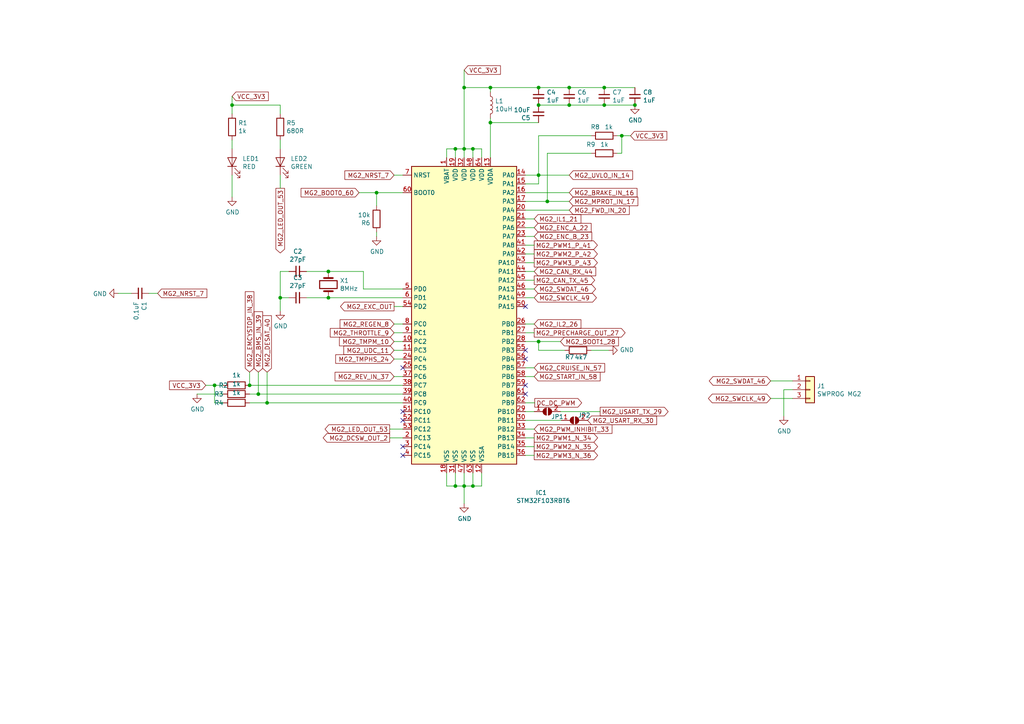
<source format=kicad_sch>
(kicad_sch (version 20211123) (generator eeschema)
  (paper "A4")
  (lib_symbols
    (symbol "Jumper:SolderJumper_2_Open" (pin_names (offset 0) hide)
      (property "Reference" "JP" (at 0 2.032 0))
      (property "Value" "SolderJumper_2_Open" (at 0 -2.54 0))
      (symbol "SolderJumper_2_Open_0_1"
        (arc (start -0.254 1.016) (mid -1.27 0) (end -0.254 -1.016))
        (arc (start -0.254 1.016) (mid -1.27 0) (end -0.254 -1.016) (fill (type outline)))
        (polyline (pts (xy -0.254 1.016) (xy -0.254 -1.016)))
        (polyline (pts (xy 0.254 1.016) (xy 0.254 -1.016)))
        (arc (start 0.254 -1.016) (mid 1.27 0) (end 0.254 1.016))
        (arc (start 0.254 -1.016) (mid 1.27 0) (end 0.254 1.016) (fill (type outline)))
      )
      (symbol "SolderJumper_2_Open_1_1"
        (pin passive line (at -3.81 0 0) (length 2.54) (name "A") (number "1"))
        (pin passive line (at 3.81 0 180) (length 2.54) (name "B") (number "2"))
      )
    )
    (symbol "auris-rescue:C_Small-Device" (pin_numbers hide) (pin_names (offset 0.254) hide)
      (property "Reference" "C" (at 0.254 1.778 0))
      (property "Value" "C_Small-Device" (at 0.254 -2.032 0))
      (symbol "C_Small-Device_0_1"
        (polyline (pts (xy -1.524 -0.508) (xy 1.524 -0.508)) (stroke (width 0.3302)))
        (polyline (pts (xy -1.524 0.508) (xy 1.524 0.508)) (stroke (width 0.3048)))
      )
      (symbol "C_Small-Device_1_1"
        (pin passive line (at 0 2.54 270) (length 2.032) (name "~") (number "1"))
        (pin passive line (at 0 -2.54 90) (length 2.032) (name "~") (number "2"))
      )
    )
    (symbol "auris-rescue:Conn_01x03-Connector_Generic" (pin_names (offset 1.016) hide)
      (property "Reference" "J" (at 0 5.08 0))
      (property "Value" "Conn_01x03-Connector_Generic" (at 0 -5.08 0))
      (symbol "Conn_01x03-Connector_Generic_1_1"
        (rectangle (start -1.27 -2.413) (end 0 -2.667) (stroke (width 0.1524)))
        (rectangle (start -1.27 0.127) (end 0 -0.127) (stroke (width 0.1524)))
        (rectangle (start -1.27 2.667) (end 0 2.413) (stroke (width 0.1524)))
        (rectangle (start -1.27 3.81) (end 1.27 -3.81) (stroke (width 0.254)) (fill (type background)))
        (pin passive line (at -5.08 2.54 0) (length 3.81) (name "Pin_1") (number "1"))
        (pin passive line (at -5.08 0 0) (length 3.81) (name "Pin_2") (number "2"))
        (pin passive line (at -5.08 -2.54 0) (length 3.81) (name "Pin_3") (number "3"))
      )
    )
    (symbol "auris-rescue:Crystal-Device" (pin_numbers hide) (pin_names (offset 1.016) hide)
      (property "Reference" "Y" (at 0 3.81 0))
      (property "Value" "Crystal-Device" (at 0 -3.81 0))
      (symbol "Crystal-Device_0_1"
        (rectangle (start -1.143 2.54) (end 1.143 -2.54) (stroke (width 0.3048)))
        (polyline (pts (xy -2.54 0) (xy -1.905 0)))
        (polyline (pts (xy -1.905 -1.27) (xy -1.905 1.27)) (stroke (width 0.508)))
        (polyline (pts (xy 1.905 -1.27) (xy 1.905 1.27)) (stroke (width 0.508)))
        (polyline (pts (xy 2.54 0) (xy 1.905 0)))
      )
      (symbol "Crystal-Device_1_1"
        (pin passive line (at -3.81 0 0) (length 1.27) (name "1") (number "1"))
        (pin passive line (at 3.81 0 180) (length 1.27) (name "2") (number "2"))
      )
    )
    (symbol "auris-rescue:GND-power" (power) (pin_names (offset 0))
      (property "Value" "GND-power" (at 0 -3.81 0))
      (symbol "GND-power_0_1"
        (polyline (pts (xy 0 0) (xy 0 -1.27) (xy 1.27 -1.27) (xy 0 -2.54) (xy -1.27 -1.27) (xy 0 -1.27)))
      )
      (symbol "GND-power_1_1"
        (pin power_in line (at 0 0 270) (length 0) hide (name "GND") (number "1"))
      )
    )
    (symbol "auris-rescue:L-Device" (pin_numbers hide) (pin_names (offset 1.016) hide)
      (property "Reference" "L" (at -1.27 0 90))
      (property "Value" "L-Device" (at 1.905 0 90))
      (symbol "L-Device_0_1"
        (arc (start 0 -2.54) (mid 0.635 -1.905) (end 0 -1.27))
        (arc (start 0 -1.27) (mid 0.635 -0.635) (end 0 0))
        (arc (start 0 0) (mid 0.635 0.635) (end 0 1.27))
        (arc (start 0 1.27) (mid 0.635 1.905) (end 0 2.54))
      )
      (symbol "L-Device_1_1"
        (pin passive line (at 0 3.81 270) (length 1.27) (name "1") (number "1"))
        (pin passive line (at 0 -3.81 90) (length 1.27) (name "2") (number "2"))
      )
    )
    (symbol "auris-rescue:LED-Device" (pin_numbers hide) (pin_names (offset 1.016) hide)
      (property "Reference" "D" (at 0 2.54 0))
      (property "Value" "LED-Device" (at 0 -2.54 0))
      (symbol "LED-Device_0_1"
        (polyline (pts (xy -1.27 -1.27) (xy -1.27 1.27)) (stroke (width 0.2032)))
        (polyline (pts (xy -1.27 0) (xy 1.27 0)))
        (polyline (pts (xy 1.27 -1.27) (xy 1.27 1.27) (xy -1.27 0) (xy 1.27 -1.27)) (stroke (width 0.2032)))
        (polyline (pts (xy -3.048 -0.762) (xy -4.572 -2.286) (xy -3.81 -2.286) (xy -4.572 -2.286) (xy -4.572 -1.524)))
        (polyline (pts (xy -1.778 -0.762) (xy -3.302 -2.286) (xy -2.54 -2.286) (xy -3.302 -2.286) (xy -3.302 -1.524)))
      )
      (symbol "LED-Device_1_1"
        (pin passive line (at -3.81 0 0) (length 2.54) (name "K") (number "1"))
        (pin passive line (at 3.81 0 180) (length 2.54) (name "A") (number "2"))
      )
    )
    (symbol "auris-rescue:R-Device" (pin_numbers hide) (pin_names (offset 0))
      (property "Reference" "R" (at 2.032 0 90))
      (property "Value" "R-Device" (at 0 0 90))
      (symbol "R-Device_0_1"
        (rectangle (start -1.016 -2.54) (end 1.016 2.54) (stroke (width 0.254)))
      )
      (symbol "R-Device_1_1"
        (pin passive line (at 0 3.81 270) (length 1.27) (name "~") (number "1"))
        (pin passive line (at 0 -3.81 90) (length 1.27) (name "~") (number "2"))
      )
    )
    (symbol "auris-rescue:STM32F103RBTx-MCU_ST_STM32F1"
      (property "Reference" "U" (at -15.24 44.45 0))
      (property "Value" "STM32F103RBTx-MCU_ST_STM32F1" (at 10.16 44.45 0))
      (symbol "STM32F103RBTx-MCU_ST_STM32F1_0_1"
        (rectangle (start -15.24 -43.18) (end 15.24 43.18) (stroke (width 0.254)) (fill (type background)))
      )
      (symbol "STM32F103RBTx-MCU_ST_STM32F1_1_1"
        (pin power_in line (at -5.08 45.72 270) (length 2.54) (name "VBAT") (number "1"))
        (pin bidirectional line (at -17.78 -7.62 0) (length 2.54) (name "PC2") (number "10"))
        (pin bidirectional line (at -17.78 -10.16 0) (length 2.54) (name "PC3") (number "11"))
        (pin power_in line (at 5.08 -45.72 90) (length 2.54) (name "VSSA") (number "12"))
        (pin power_in line (at 7.62 45.72 270) (length 2.54) (name "VDDA") (number "13"))
        (pin bidirectional line (at 17.78 40.64 180) (length 2.54) (name "PA0") (number "14"))
        (pin bidirectional line (at 17.78 38.1 180) (length 2.54) (name "PA1") (number "15"))
        (pin bidirectional line (at 17.78 35.56 180) (length 2.54) (name "PA2") (number "16"))
        (pin bidirectional line (at 17.78 33.02 180) (length 2.54) (name "PA3") (number "17"))
        (pin power_in line (at -5.08 -45.72 90) (length 2.54) (name "VSS") (number "18"))
        (pin power_in line (at -2.54 45.72 270) (length 2.54) (name "VDD") (number "19"))
        (pin bidirectional line (at -17.78 -35.56 0) (length 2.54) (name "PC13") (number "2"))
        (pin bidirectional line (at 17.78 30.48 180) (length 2.54) (name "PA4") (number "20"))
        (pin bidirectional line (at 17.78 27.94 180) (length 2.54) (name "PA5") (number "21"))
        (pin bidirectional line (at 17.78 25.4 180) (length 2.54) (name "PA6") (number "22"))
        (pin bidirectional line (at 17.78 22.86 180) (length 2.54) (name "PA7") (number "23"))
        (pin bidirectional line (at -17.78 -12.7 0) (length 2.54) (name "PC4") (number "24"))
        (pin bidirectional line (at -17.78 -15.24 0) (length 2.54) (name "PC5") (number "25"))
        (pin bidirectional line (at 17.78 -2.54 180) (length 2.54) (name "PB0") (number "26"))
        (pin bidirectional line (at 17.78 -5.08 180) (length 2.54) (name "PB1") (number "27"))
        (pin bidirectional line (at 17.78 -7.62 180) (length 2.54) (name "PB2") (number "28"))
        (pin bidirectional line (at 17.78 -27.94 180) (length 2.54) (name "PB10") (number "29"))
        (pin bidirectional line (at -17.78 -38.1 0) (length 2.54) (name "PC14") (number "3"))
        (pin bidirectional line (at 17.78 -30.48 180) (length 2.54) (name "PB11") (number "30"))
        (pin power_in line (at -2.54 -45.72 90) (length 2.54) (name "VSS") (number "31"))
        (pin power_in line (at 0 45.72 270) (length 2.54) (name "VDD") (number "32"))
        (pin bidirectional line (at 17.78 -33.02 180) (length 2.54) (name "PB12") (number "33"))
        (pin bidirectional line (at 17.78 -35.56 180) (length 2.54) (name "PB13") (number "34"))
        (pin bidirectional line (at 17.78 -38.1 180) (length 2.54) (name "PB14") (number "35"))
        (pin bidirectional line (at 17.78 -40.64 180) (length 2.54) (name "PB15") (number "36"))
        (pin bidirectional line (at -17.78 -17.78 0) (length 2.54) (name "PC6") (number "37"))
        (pin bidirectional line (at -17.78 -20.32 0) (length 2.54) (name "PC7") (number "38"))
        (pin bidirectional line (at -17.78 -22.86 0) (length 2.54) (name "PC8") (number "39"))
        (pin bidirectional line (at -17.78 -40.64 0) (length 2.54) (name "PC15") (number "4"))
        (pin bidirectional line (at -17.78 -25.4 0) (length 2.54) (name "PC9") (number "40"))
        (pin bidirectional line (at 17.78 20.32 180) (length 2.54) (name "PA8") (number "41"))
        (pin bidirectional line (at 17.78 17.78 180) (length 2.54) (name "PA9") (number "42"))
        (pin bidirectional line (at 17.78 15.24 180) (length 2.54) (name "PA10") (number "43"))
        (pin bidirectional line (at 17.78 12.7 180) (length 2.54) (name "PA11") (number "44"))
        (pin bidirectional line (at 17.78 10.16 180) (length 2.54) (name "PA12") (number "45"))
        (pin bidirectional line (at 17.78 7.62 180) (length 2.54) (name "PA13") (number "46"))
        (pin power_in line (at 0 -45.72 90) (length 2.54) (name "VSS") (number "47"))
        (pin power_in line (at 2.54 45.72 270) (length 2.54) (name "VDD") (number "48"))
        (pin bidirectional line (at 17.78 5.08 180) (length 2.54) (name "PA14") (number "49"))
        (pin input line (at -17.78 7.62 0) (length 2.54) (name "PD0") (number "5"))
        (pin bidirectional line (at 17.78 2.54 180) (length 2.54) (name "PA15") (number "50"))
        (pin bidirectional line (at -17.78 -27.94 0) (length 2.54) (name "PC10") (number "51"))
        (pin bidirectional line (at -17.78 -30.48 0) (length 2.54) (name "PC11") (number "52"))
        (pin bidirectional line (at -17.78 -33.02 0) (length 2.54) (name "PC12") (number "53"))
        (pin bidirectional line (at -17.78 2.54 0) (length 2.54) (name "PD2") (number "54"))
        (pin bidirectional line (at 17.78 -10.16 180) (length 2.54) (name "PB3") (number "55"))
        (pin bidirectional line (at 17.78 -12.7 180) (length 2.54) (name "PB4") (number "56"))
        (pin bidirectional line (at 17.78 -15.24 180) (length 2.54) (name "PB5") (number "57"))
        (pin bidirectional line (at 17.78 -17.78 180) (length 2.54) (name "PB6") (number "58"))
        (pin bidirectional line (at 17.78 -20.32 180) (length 2.54) (name "PB7") (number "59"))
        (pin input line (at -17.78 5.08 0) (length 2.54) (name "PD1") (number "6"))
        (pin input line (at -17.78 35.56 0) (length 2.54) (name "BOOT0") (number "60"))
        (pin bidirectional line (at 17.78 -22.86 180) (length 2.54) (name "PB8") (number "61"))
        (pin bidirectional line (at 17.78 -25.4 180) (length 2.54) (name "PB9") (number "62"))
        (pin power_in line (at 2.54 -45.72 90) (length 2.54) (name "VSS") (number "63"))
        (pin power_in line (at 5.08 45.72 270) (length 2.54) (name "VDD") (number "64"))
        (pin input line (at -17.78 40.64 0) (length 2.54) (name "NRST") (number "7"))
        (pin bidirectional line (at -17.78 -2.54 0) (length 2.54) (name "PC0") (number "8"))
        (pin bidirectional line (at -17.78 -5.08 0) (length 2.54) (name "PC1") (number "9"))
      )
    )
  )
  (junction (at 74.93 114.3))
  (junction (at 134.62 140.97))
  (junction (at 165.1 30.48))
  (junction (at 175.26 25.4))
  (junction (at 81.28 86.36))
  (junction (at 67.31 30.48))
  (junction (at 184.15 30.48))
  (junction (at 142.24 35.56))
  (junction (at 72.39 111.76))
  (junction (at 180.34 39.37))
  (junction (at 165.1 25.4))
  (junction (at 156.21 50.8))
  (junction (at 137.16 43.18))
  (junction (at 132.08 43.18))
  (junction (at 156.21 25.4))
  (junction (at 158.75 58.42))
  (junction (at 134.62 25.4))
  (junction (at 95.25 78.74))
  (junction (at 156.21 99.06))
  (junction (at 137.16 140.97))
  (junction (at 95.25 86.36))
  (junction (at 77.47 116.84))
  (junction (at 142.24 25.4))
  (junction (at 132.08 140.97))
  (junction (at 134.62 43.18))
  (junction (at 62.23 111.76))
  (junction (at 156.21 30.48))
  (junction (at 109.22 55.88))
  (junction (at 175.26 30.48))
  (no_connect (at 152.4 88.9))
  (no_connect (at 116.84 129.54))
  (no_connect (at 116.84 119.38))
  (no_connect (at 116.84 132.08))
  (no_connect (at 152.4 101.6))
  (no_connect (at 152.4 104.14))
  (no_connect (at 116.84 106.68))
  (no_connect (at 116.84 121.92))
  (no_connect (at 152.4 111.76))
  (no_connect (at 152.4 114.3))
  (wire (pts (xy 142.24 25.4) (xy 156.21 25.4)))
  (wire (pts (xy 179.07 39.37) (xy 180.34 39.37)))
  (wire (pts (xy 77.47 116.84) (xy 116.84 116.84)))
  (wire (pts (xy 132.08 45.72) (xy 132.08 43.18)))
  (wire (pts (xy 152.4 116.84) (xy 155.0924 116.84)))
  (wire (pts (xy 156.21 25.4) (xy 165.1 25.4)))
  (wire (pts (xy 142.24 45.72) (xy 142.24 35.56)))
  (wire (pts (xy 74.93 114.3) (xy 116.84 114.3)))
  (wire (pts (xy 156.21 50.8) (xy 165.1 50.8)))
  (wire (pts (xy 67.31 50.8) (xy 67.31 57.15)))
  (wire (pts (xy 88.9 86.36) (xy 95.25 86.36)))
  (wire (pts (xy 184.15 25.4) (xy 175.26 25.4)))
  (wire (pts (xy 152.4 99.06) (xy 156.21 99.06)))
  (wire (pts (xy 152.4 121.92) (xy 162.814 121.92)))
  (wire (pts (xy 156.21 99.06) (xy 156.21 101.6)))
  (wire (pts (xy 152.4 71.12) (xy 154.94 71.12)))
  (wire (pts (xy 152.4 124.46) (xy 154.94 124.46)))
  (wire (pts (xy 134.62 140.97) (xy 132.08 140.97)))
  (wire (pts (xy 142.24 34.29) (xy 142.24 35.56)))
  (wire (pts (xy 134.62 20.32) (xy 134.62 25.4)))
  (wire (pts (xy 132.08 140.97) (xy 129.54 140.97)))
  (wire (pts (xy 156.21 50.8) (xy 152.4 50.8)))
  (wire (pts (xy 171.45 44.45) (xy 158.75 44.45)))
  (wire (pts (xy 81.28 78.74) (xy 81.28 86.36)))
  (wire (pts (xy 180.34 39.37) (xy 182.88 39.37)))
  (wire (pts (xy 152.4 93.98) (xy 154.94 93.98)))
  (wire (pts (xy 139.7 43.18) (xy 137.16 43.18)))
  (wire (pts (xy 67.31 30.48) (xy 67.31 33.02)))
  (wire (pts (xy 152.4 78.74) (xy 154.94 78.74)))
  (wire (pts (xy 152.4 76.2) (xy 154.94 76.2)))
  (wire (pts (xy 83.82 78.74) (xy 81.28 78.74)))
  (wire (pts (xy 116.84 83.82) (xy 105.41 83.82)))
  (wire (pts (xy 116.84 50.8) (xy 114.3 50.8)))
  (wire (pts (xy 137.16 45.72) (xy 137.16 43.18)))
  (wire (pts (xy 116.84 55.88) (xy 109.22 55.88)))
  (wire (pts (xy 134.62 45.72) (xy 134.62 43.18)))
  (wire (pts (xy 88.9 78.74) (xy 95.25 78.74)))
  (wire (pts (xy 72.39 111.76) (xy 116.84 111.76)))
  (wire (pts (xy 114.3 109.22) (xy 116.84 109.22)))
  (wire (pts (xy 129.54 140.97) (xy 129.54 137.16)))
  (wire (pts (xy 152.4 58.42) (xy 158.75 58.42)))
  (wire (pts (xy 116.84 127) (xy 113.03 127)))
  (wire (pts (xy 156.21 39.37) (xy 156.21 50.8)))
  (wire (pts (xy 152.4 86.36) (xy 154.94 86.36)))
  (wire (pts (xy 175.26 30.48) (xy 184.15 30.48)))
  (wire (pts (xy 81.28 86.36) (xy 81.28 90.17)))
  (wire (pts (xy 81.28 86.36) (xy 83.82 86.36)))
  (wire (pts (xy 116.84 88.9) (xy 114.3 88.9)))
  (wire (pts (xy 67.31 40.64) (xy 67.31 43.18)))
  (wire (pts (xy 64.77 116.84) (xy 62.23 116.84)))
  (wire (pts (xy 81.28 30.48) (xy 81.28 33.02)))
  (wire (pts (xy 109.22 67.31) (xy 109.22 68.58)))
  (wire (pts (xy 132.08 137.16) (xy 132.08 140.97)))
  (wire (pts (xy 95.25 86.36) (xy 116.84 86.36)))
  (wire (pts (xy 158.75 44.45) (xy 158.75 58.42)))
  (wire (pts (xy 116.84 96.52) (xy 114.3 96.52)))
  (wire (pts (xy 152.4 73.66) (xy 154.94 73.66)))
  (wire (pts (xy 152.4 96.52) (xy 154.94 96.52)))
  (wire (pts (xy 139.7 140.97) (xy 137.16 140.97)))
  (wire (pts (xy 152.4 119.38) (xy 154.94 119.38)))
  (wire (pts (xy 109.22 55.88) (xy 104.14 55.88)))
  (wire (pts (xy 62.23 111.76) (xy 59.69 111.76)))
  (wire (pts (xy 67.31 27.94) (xy 67.31 30.48)))
  (wire (pts (xy 129.54 43.18) (xy 129.54 45.72)))
  (wire (pts (xy 165.1 30.48) (xy 175.26 30.48)))
  (wire (pts (xy 229.87 110.49) (xy 223.52 110.49)))
  (wire (pts (xy 162.56 119.38) (xy 174.0662 119.38)))
  (wire (pts (xy 134.62 43.18) (xy 132.08 43.18)))
  (wire (pts (xy 64.77 111.76) (xy 62.23 111.76)))
  (wire (pts (xy 62.23 116.84) (xy 62.23 111.76)))
  (wire (pts (xy 72.39 116.84) (xy 77.47 116.84)))
  (wire (pts (xy 116.84 124.46) (xy 113.03 124.46)))
  (wire (pts (xy 57.15 114.3) (xy 64.77 114.3)))
  (wire (pts (xy 165.1 25.4) (xy 175.26 25.4)))
  (wire (pts (xy 165.1 58.42) (xy 158.75 58.42)))
  (wire (pts (xy 229.87 113.03) (xy 227.33 113.03)))
  (wire (pts (xy 165.1 55.88) (xy 152.4 55.88)))
  (wire (pts (xy 227.33 113.03) (xy 227.33 120.65)))
  (wire (pts (xy 171.45 101.6) (xy 176.53 101.6)))
  (wire (pts (xy 152.4 68.58) (xy 154.94 68.58)))
  (wire (pts (xy 152.4 109.22) (xy 154.94 109.22)))
  (wire (pts (xy 152.4 132.08) (xy 154.94 132.08)))
  (wire (pts (xy 180.34 39.37) (xy 180.34 44.45)))
  (wire (pts (xy 134.62 25.4) (xy 142.24 25.4)))
  (wire (pts (xy 67.31 30.48) (xy 81.28 30.48)))
  (wire (pts (xy 105.41 83.82) (xy 105.41 78.74)))
  (wire (pts (xy 134.62 137.16) (xy 134.62 140.97)))
  (wire (pts (xy 156.21 101.6) (xy 163.83 101.6)))
  (wire (pts (xy 152.4 127) (xy 154.94 127)))
  (wire (pts (xy 72.39 107.95) (xy 72.39 111.76)))
  (wire (pts (xy 116.84 99.06) (xy 114.3 99.06)))
  (wire (pts (xy 152.4 63.5) (xy 154.94 63.5)))
  (wire (pts (xy 45.72 85.09) (xy 43.18 85.09)))
  (wire (pts (xy 142.24 25.4) (xy 142.24 26.67)))
  (wire (pts (xy 156.21 30.48) (xy 165.1 30.48)))
  (wire (pts (xy 74.93 114.3) (xy 74.93 107.95)))
  (wire (pts (xy 165.1 60.96) (xy 152.4 60.96)))
  (wire (pts (xy 229.87 115.57) (xy 223.52 115.57)))
  (wire (pts (xy 134.62 25.4) (xy 134.62 43.18)))
  (wire (pts (xy 152.4 53.34) (xy 156.21 53.34)))
  (wire (pts (xy 137.16 43.18) (xy 134.62 43.18)))
  (wire (pts (xy 38.1 85.09) (xy 34.29 85.09)))
  (wire (pts (xy 139.7 45.72) (xy 139.7 43.18)))
  (wire (pts (xy 152.4 81.28) (xy 154.94 81.28)))
  (wire (pts (xy 116.84 101.6) (xy 114.3 101.6)))
  (wire (pts (xy 116.84 104.14) (xy 114.3 104.14)))
  (wire (pts (xy 180.34 44.45) (xy 179.07 44.45)))
  (wire (pts (xy 154.94 83.82) (xy 152.4 83.82)))
  (wire (pts (xy 156.21 53.34) (xy 156.21 50.8)))
  (wire (pts (xy 171.45 39.37) (xy 156.21 39.37)))
  (wire (pts (xy 152.4 66.04) (xy 154.94 66.04)))
  (wire (pts (xy 81.28 50.8) (xy 81.28 54.61)))
  (wire (pts (xy 114.3 93.98) (xy 116.84 93.98)))
  (wire (pts (xy 142.24 35.56) (xy 156.21 35.56)))
  (wire (pts (xy 72.39 114.3) (xy 74.93 114.3)))
  (wire (pts (xy 109.22 55.88) (xy 109.22 59.69)))
  (wire (pts (xy 77.47 116.84) (xy 77.47 107.95)))
  (wire (pts (xy 95.25 78.74) (xy 105.41 78.74)))
  (wire (pts (xy 137.16 137.16) (xy 137.16 140.97)))
  (wire (pts (xy 137.16 140.97) (xy 134.62 140.97)))
  (wire (pts (xy 134.62 140.97) (xy 134.62 146.05)))
  (wire (pts (xy 152.4 106.68) (xy 154.94 106.68)))
  (wire (pts (xy 132.08 43.18) (xy 129.54 43.18)))
  (wire (pts (xy 156.21 99.06) (xy 162.56 99.06)))
  (wire (pts (xy 81.28 40.64) (xy 81.28 43.18)))
  (wire (pts (xy 139.7 137.16) (xy 139.7 140.97)))
  (wire (pts (xy 152.4 129.54) (xy 154.94 129.54)))
  (global_label "MG2_LED_OUT_53" (shape output) (at 113.03 124.46 180) (property "Обозначения листов" "${INTERSHEET_REFS}" (effects hide)))
  (global_label "MG2_CAN_TX_45" (shape output) (at 154.94 81.28 0) (property "Обозначения листов" "${INTERSHEET_REFS}" (effects hide)))
  (global_label "VCC_3V3" (shape input) (at 59.69 111.76 180) (property "Обозначения листов" "${INTERSHEET_REFS}" (effects hide)))
  (global_label "MG2_BMS_IN_39" (shape input) (at 74.93 107.95 90) (property "Обозначения листов" "${INTERSHEET_REFS}" (effects hide)))
  (global_label "MG2_FWD_IN_20" (shape input) (at 165.1 60.96 0) (property "Обозначения листов" "${INTERSHEET_REFS}" (effects hide)))
  (global_label "MG2_START_IN_58" (shape input) (at 154.94 109.22 0) (property "Обозначения листов" "${INTERSHEET_REFS}" (effects hide)))
  (global_label "MG2_PWM3_P_43" (shape output) (at 154.94 76.2 0) (property "Обозначения листов" "${INTERSHEET_REFS}" (effects hide)))
  (global_label "MG2_ENC_A_22" (shape input) (at 154.94 66.04 0) (property "Обозначения листов" "${INTERSHEET_REFS}" (effects hide)))
  (global_label "MG2_SWCLK_49" (shape bidirectional) (at 154.94 86.36 0) (property "Обозначения листов" "${INTERSHEET_REFS}" (effects hide)))
  (global_label "MG2_PWM1_P_41" (shape output) (at 154.94 71.12 0) (property "Обозначения листов" "${INTERSHEET_REFS}" (effects hide)))
  (global_label "MG2_NRST_7" (shape input) (at 114.3 50.8 180) (property "Обозначения листов" "${INTERSHEET_REFS}" (effects hide)))
  (global_label "VCC_3V3" (shape input) (at 182.88 39.37 0) (property "Обозначения листов" "${INTERSHEET_REFS}" (effects hide)))
  (global_label "MG2_DCSW_OUT_2" (shape output) (at 113.03 127 180) (property "Обозначения листов" "${INTERSHEET_REFS}" (effects hide)))
  (global_label "MG2_PWM_INHIBIT_33" (shape input) (at 154.94 124.46 0) (property "Обозначения листов" "${INTERSHEET_REFS}" (effects hide)))
  (global_label "MG2_UDC_11" (shape input) (at 114.3 101.6 180) (property "Обозначения листов" "${INTERSHEET_REFS}" (effects hide)))
  (global_label "MG2_BOOT1_28" (shape input) (at 162.56 99.06 0) (property "Обозначения листов" "${INTERSHEET_REFS}" (effects hide)))
  (global_label "MG2_REV_IN_37" (shape input) (at 114.3 109.22 180) (property "Обозначения листов" "${INTERSHEET_REFS}" (effects hide)))
  (global_label "MG2_EMCYSTOP_IN_38" (shape input) (at 72.39 107.95 90) (property "Обозначения листов" "${INTERSHEET_REFS}" (effects hide)))
  (global_label "VCC_3V3" (shape input) (at 134.62 20.32 0) (property "Обозначения листов" "${INTERSHEET_REFS}" (effects hide)))
  (global_label "MG2_EXC_OUT" (shape output) (at 114.3 88.9 180) (property "Обозначения листов" "${INTERSHEET_REFS}" (effects hide)))
  (global_label "MG2_UVLO_IN_14" (shape input) (at 165.1 50.8 0) (property "Обозначения листов" "${INTERSHEET_REFS}" (effects hide)))
  (global_label "MG2_DESAT_40" (shape input) (at 77.47 107.95 90) (property "Обозначения листов" "${INTERSHEET_REFS}" (effects hide)))
  (global_label "MG2_TMPM_10" (shape input) (at 114.3 99.06 180) (property "Обозначения листов" "${INTERSHEET_REFS}" (effects hide)))
  (global_label "MG2_PWM2_N_35" (shape output) (at 154.94 129.54 0) (property "Обозначения листов" "${INTERSHEET_REFS}" (effects hide)))
  (global_label "MG2_BOOT0_60" (shape input) (at 104.14 55.88 180) (property "Обозначения листов" "${INTERSHEET_REFS}" (effects hide)))
  (global_label "MG2_REGEN_8" (shape input) (at 114.3 93.98 180) (property "Обозначения листов" "${INTERSHEET_REFS}" (effects hide)))
  (global_label "MG2_PWM2_P_42" (shape output) (at 154.94 73.66 0) (property "Обозначения листов" "${INTERSHEET_REFS}" (effects hide)))
  (global_label "MG2_TMPHS_24" (shape input) (at 114.3 104.14 180) (property "Обозначения листов" "${INTERSHEET_REFS}" (effects hide)))
  (global_label "MG2_PRECHARGE_OUT_27" (shape output) (at 154.94 96.52 0) (property "Обозначения листов" "${INTERSHEET_REFS}" (effects hide)))
  (global_label "MG2_PWM1_N_34" (shape output) (at 154.94 127 0) (property "Обозначения листов" "${INTERSHEET_REFS}" (effects hide)))
  (global_label "MG2_CRUISE_IN_57" (shape input) (at 154.94 106.68 0) (property "Обозначения листов" "${INTERSHEET_REFS}" (effects hide)))
  (global_label "DC_DC_PWM" (shape output) (at 155.0924 116.84 0) (property "Обозначения листов" "${INTERSHEET_REFS}" (effects hide)))
  (global_label "MG2_LED_OUT_53" (shape output) (at 81.28 54.61 270) (property "Обозначения листов" "${INTERSHEET_REFS}" (effects hide)))
  (global_label "MG2_NRST_7" (shape input) (at 45.72 85.09 0) (property "Обозначения листов" "${INTERSHEET_REFS}" (effects hide)))
  (global_label "MG2_BRAKE_IN_16" (shape input) (at 165.1 55.88 0) (property "Обозначения листов" "${INTERSHEET_REFS}" (effects hide)))
  (global_label "MG2_MPROT_IN_17" (shape input) (at 165.1 58.42 0) (property "Обозначения листов" "${INTERSHEET_REFS}" (effects hide)))
  (global_label "MG2_ENC_B_23" (shape input) (at 154.94 68.58 0) (property "Обозначения листов" "${INTERSHEET_REFS}" (effects hide)))
  (global_label "MG2_THROTTLE_9" (shape input) (at 114.3 96.52 180) (property "Обозначения листов" "${INTERSHEET_REFS}" (effects hide)))
  (global_label "MG2_IL1_21" (shape input) (at 154.94 63.5 0) (property "Обозначения листов" "${INTERSHEET_REFS}" (effects hide)))
  (global_label "MG2_USART_RX_30" (shape input) (at 170.434 121.92 0) (property "Обозначения листов" "${INTERSHEET_REFS}" (effects hide)))
  (global_label "MG2_SWDAT_46" (shape bidirectional) (at 223.52 110.49 180) (property "Обозначения листов" "${INTERSHEET_REFS}" (effects hide)))
  (global_label "MG2_SWDAT_46" (shape bidirectional) (at 154.94 83.82 0) (property "Обозначения листов" "${INTERSHEET_REFS}" (effects hide)))
  (global_label "MG2_USART_TX_29" (shape output) (at 174.0662 119.38 0) (property "Обозначения листов" "${INTERSHEET_REFS}" (effects hide)))
  (global_label "VCC_3V3" (shape input) (at 67.31 27.94 0) (property "Обозначения листов" "${INTERSHEET_REFS}" (effects hide)))
  (global_label "MG2_CAN_RX_44" (shape input) (at 154.94 78.74 0) (property "Обозначения листов" "${INTERSHEET_REFS}" (effects hide)))
  (global_label "MG2_PWM3_N_36" (shape output) (at 154.94 132.08 0) (property "Обозначения листов" "${INTERSHEET_REFS}" (effects hide)))
  (global_label "MG2_IL2_26" (shape input) (at 154.94 93.98 0) (property "Обозначения листов" "${INTERSHEET_REFS}" (effects hide)))
  (global_label "MG2_SWCLK_49" (shape bidirectional) (at 223.52 115.57 180) (property "Обозначения листов" "${INTERSHEET_REFS}" (effects hide)))
  (symbol (lib_id "auris-rescue:STM32F103RBTx-MCU_ST_STM32F1") (at 134.62 91.44 0) (unit 1)
    (property "Reference" "IC1" (at 156.9974 142.9004 0))
    (property "Value" "STM32F103RBT6" (at 157.5816 145.2118 0))
    (property "Footprint" "Package_QFP:LQFP-64_10x10mm_P0.5mm" (effects hide))
    (property "Datasheet" "http://www.st.com/st-web-ui/static/active/en/resource/technical/document/datasheet/CD00161566.pdf" (effects hide))
  )
  (symbol (lib_id "auris-rescue:GND-power") (at 134.62 146.05 0) (unit 1)
    (property "Reference" "#PWR0101" (effects hide))
    (property "Value" "GND" (at 134.747 150.4442 0))
  )
  (symbol (lib_id "auris-rescue:C_Small-Device") (at 175.26 27.94 0) (unit 1)
    (property "Reference" "C7" (at 177.5968 26.7716 0) (effects (justify left)))
    (property "Value" "1uF" (at 177.5968 29.083 0) (effects (justify left)))
    (property "Footprint" "Capacitor_SMD:C_0805_2012Metric" (effects hide))
  )
  (symbol (lib_id "auris-rescue:C_Small-Device") (at 165.1 27.94 0) (unit 1)
    (property "Reference" "C6" (at 167.4368 26.7716 0) (effects (justify left)))
    (property "Value" "1uF" (at 167.4368 29.083 0) (effects (justify left)))
    (property "Footprint" "Capacitor_SMD:C_0805_2012Metric" (effects hide))
  )
  (symbol (lib_id "auris-rescue:C_Small-Device") (at 156.21 27.94 0) (unit 1)
    (property "Reference" "C4" (at 158.5468 26.7716 0) (effects (justify left)))
    (property "Value" "1uF" (at 158.5468 29.083 0) (effects (justify left)))
    (property "Footprint" "Capacitor_SMD:C_0805_2012Metric" (effects hide))
  )
  (symbol (lib_id "auris-rescue:C_Small-Device") (at 184.15 27.94 0) (unit 1)
    (property "Reference" "C8" (at 186.4868 26.7716 0) (effects (justify left)))
    (property "Value" "1uF" (at 186.4868 29.083 0) (effects (justify left)))
    (property "Footprint" "Capacitor_SMD:C_0805_2012Metric" (effects hide))
  )
  (symbol (lib_id "auris-rescue:GND-power") (at 184.15 30.48 0) (unit 1)
    (property "Reference" "#PWR0102" (effects hide))
    (property "Value" "GND" (at 184.277 34.8742 0))
  )
  (symbol (lib_id "auris-rescue:R-Device") (at 68.58 111.76 270) (unit 1)
    (property "Reference" "R2" (at 64.77 111.76 90))
    (property "Value" "1k" (at 68.58 108.839 90))
    (property "Footprint" "Resistor_SMD:R_0805_2012Metric" (effects hide))
  )
  (symbol (lib_id "auris-rescue:R-Device") (at 68.58 116.84 270) (unit 1)
    (property "Reference" "R4" (at 63.5 116.84 90))
    (property "Value" "1k" (at 68.58 113.919 90))
    (property "Footprint" "Resistor_SMD:R_0805_2012Metric" (effects hide))
  )
  (symbol (lib_id "auris-rescue:R-Device") (at 68.58 114.3 90) (unit 1)
    (property "Reference" "R3" (at 63.5 114.3 90))
    (property "Value" "1k" (at 68.58 111.3536 90))
    (property "Footprint" "Resistor_SMD:R_0805_2012Metric" (effects hide))
  )
  (symbol (lib_id "auris-rescue:GND-power") (at 57.15 114.3 0) (unit 1)
    (property "Reference" "#PWR0104" (effects hide))
    (property "Value" "GND" (at 57.277 118.6942 0))
  )
  (symbol (lib_id "auris-rescue:Crystal-Device") (at 95.25 82.55 270) (unit 1)
    (property "Reference" "X1" (at 98.5774 81.3816 90) (effects (justify left)))
    (property "Value" "8MHz" (at 98.5774 83.693 90) (effects (justify left)))
    (property "Footprint" "Crystal:Crystal_SMD_5032-2Pin_5.0x3.2mm" (effects hide))
  )
  (symbol (lib_id "auris-rescue:C_Small-Device") (at 86.36 78.74 90) (unit 1)
    (property "Reference" "C2" (at 86.36 72.9234 90))
    (property "Value" "27pF" (at 86.36 75.2348 90))
    (property "Footprint" "Capacitor_SMD:C_0805_2012Metric" (effects hide))
  )
  (symbol (lib_id "auris-rescue:C_Small-Device") (at 86.36 86.36 90) (unit 1)
    (property "Reference" "C3" (at 86.36 80.5434 90))
    (property "Value" "27pF" (at 86.36 82.8548 90))
    (property "Footprint" "Capacitor_SMD:C_0805_2012Metric" (effects hide))
  )
  (symbol (lib_id "auris-rescue:GND-power") (at 81.28 90.17 0) (unit 1)
    (property "Reference" "#PWR0103" (effects hide))
    (property "Value" "GND" (at 81.407 94.5642 0))
  )
  (symbol (lib_id "auris-rescue:C_Small-Device") (at 40.64 85.09 270) (unit 1)
    (property "Reference" "C1" (at 41.8084 87.4268 0) (effects (justify left)))
    (property "Value" "0,1uF" (at 39.497 87.4268 0) (effects (justify left)))
    (property "Footprint" "Capacitor_SMD:C_0805_2012Metric" (effects hide))
  )
  (symbol (lib_id "auris-rescue:GND-power") (at 34.29 85.09 270) (unit 1)
    (property "Reference" "#PWR0106" (effects hide))
    (property "Value" "GND" (at 31.0388 85.217 90) (effects (justify right)))
  )
  (symbol (lib_id "auris-rescue:C_Small-Device") (at 156.21 33.02 180) (unit 1)
    (property "Reference" "C5" (at 153.8732 34.1884 0) (effects (justify left)))
    (property "Value" "10uF" (at 153.8732 31.877 0) (effects (justify left)))
    (property "Footprint" "Capacitor_SMD:C_0805_2012Metric" (effects hide))
  )
  (symbol (lib_id "auris-rescue:L-Device") (at 142.24 30.48 0) (unit 1)
    (property "Reference" "L1" (at 143.5862 29.3116 0) (effects (justify left)))
    (property "Value" "10uH" (at 143.5862 31.623 0) (effects (justify left)))
    (property "Footprint" "Inductor_SMD:L_0603_1608Metric" (effects hide))
  )
  (symbol (lib_id "auris-rescue:R-Device") (at 67.31 36.83 0) (unit 1)
    (property "Reference" "R1" (at 69.088 35.6616 0) (effects (justify left)))
    (property "Value" "1k" (at 69.088 37.973 0) (effects (justify left)))
    (property "Footprint" "Resistor_SMD:R_0805_2012Metric" (effects hide))
  )
  (symbol (lib_id "auris-rescue:LED-Device") (at 67.31 46.99 90) (unit 1)
    (property "Reference" "LED1" (at 70.3072 46.0248 90) (effects (justify right)))
    (property "Value" "RED" (at 70.3072 48.3362 90) (effects (justify right)))
    (property "Footprint" "LED_SMD:LED_0805_2012Metric" (effects hide))
  )
  (symbol (lib_id "auris-rescue:GND-power") (at 67.31 57.15 0) (unit 1)
    (property "Reference" "#PWR0109" (effects hide))
    (property "Value" "GND" (at 67.437 61.5442 0))
  )
  (symbol (lib_id "auris-rescue:R-Device") (at 81.28 36.83 0) (unit 1)
    (property "Reference" "R5" (at 83.058 35.6616 0) (effects (justify left)))
    (property "Value" "680R" (at 83.058 37.973 0) (effects (justify left)))
    (property "Footprint" "Resistor_SMD:R_0805_2012Metric" (effects hide))
  )
  (symbol (lib_id "auris-rescue:LED-Device") (at 81.28 46.99 90) (unit 1)
    (property "Reference" "LED2" (at 84.2772 46.0248 90) (effects (justify right)))
    (property "Value" "GREEN" (at 84.2772 48.3362 90) (effects (justify right)))
    (property "Footprint" "LED_SMD:LED_0805_2012Metric" (effects hide))
  )
  (symbol (lib_id "auris-rescue:R-Device") (at 109.22 63.5 180) (unit 1)
    (property "Reference" "R6" (at 107.442 64.6684 0) (effects (justify left)))
    (property "Value" "10k" (at 107.442 62.357 0) (effects (justify left)))
    (property "Footprint" "Resistor_SMD:R_0805_2012Metric" (effects hide))
  )
  (symbol (lib_id "auris-rescue:Conn_01x03-Connector_Generic") (at 234.95 113.03 0) (unit 1)
    (property "Reference" "J1" (at 236.9566 111.9632 0) (effects (justify left)))
    (property "Value" "SWPROG MG2" (at 236.9566 114.2746 0) (effects (justify left)))
    (property "Footprint" "Connector_PinHeader_2.54mm:PinHeader_1x03_P2.54mm_Vertical_SMD_Pin1Left" (effects hide))
  )
  (symbol (lib_id "auris-rescue:GND-power") (at 227.33 120.65 0) (unit 1)
    (property "Reference" "#PWR0105" (effects hide))
    (property "Value" "GND" (at 227.457 125.0442 0))
  )
  (symbol (lib_id "auris-rescue:GND-power") (at 109.22 68.58 0) (unit 1)
    (property "Reference" "#PWR0107" (effects hide))
    (property "Value" "GND" (at 109.347 72.9742 0))
  )
  (symbol (lib_id "auris-rescue:R-Device") (at 175.26 39.37 90) (unit 1)
    (property "Reference" "R8" (at 173.99 36.83 90) (effects (justify left)))
    (property "Value" "1k" (at 177.8 36.83 90) (effects (justify left)))
    (property "Footprint" "Resistor_SMD:R_0805_2012Metric" (effects hide))
  )
  (symbol (lib_id "auris-rescue:R-Device") (at 175.26 44.45 90) (unit 1)
    (property "Reference" "R9" (at 172.72 41.91 90) (effects (justify left)))
    (property "Value" "1k" (at 176.53 41.91 90) (effects (justify left)))
    (property "Footprint" "Resistor_SMD:R_0805_2012Metric" (effects hide))
  )
  (symbol (lib_id "auris-rescue:R-Device") (at 167.64 101.6 270) (unit 1)
    (property "Reference" "R7" (at 163.8554 103.5558 90) (effects (justify left)))
    (property "Value" "4k7" (at 166.6494 103.632 90) (effects (justify left)))
    (property "Footprint" "Resistor_SMD:R_0805_2012Metric" (effects hide))
  )
  (symbol (lib_id "auris-rescue:GND-power") (at 176.53 101.6 90) (unit 1)
    (property "Reference" "#PWR0108" (effects hide))
    (property "Value" "GND" (at 179.7812 101.473 90) (effects (justify right)))
  )
  (symbol (lib_id "Jumper:SolderJumper_2_Open") (at 158.75 119.38 0) (unit 1)
    (property "Reference" "JP1" (at 161.671 120.8532 0))
    (property "Value" "SolderJumper_2_Open" (effects hide))
    (property "Footprint" "Jumper:SolderJumper-2_P1.3mm_Open_RoundedPad1.0x1.5mm" (effects hide))
  )
  (symbol (lib_id "Jumper:SolderJumper_2_Open") (at 166.624 121.92 0) (unit 1)
    (property "Reference" "JP2" (at 169.4434 120.4468 0))
    (property "Value" "SolderJumper_2_Open" (effects hide))
    (property "Footprint" "Jumper:SolderJumper-2_P1.3mm_Open_RoundedPad1.0x1.5mm" (effects hide))
  )
)
</source>
